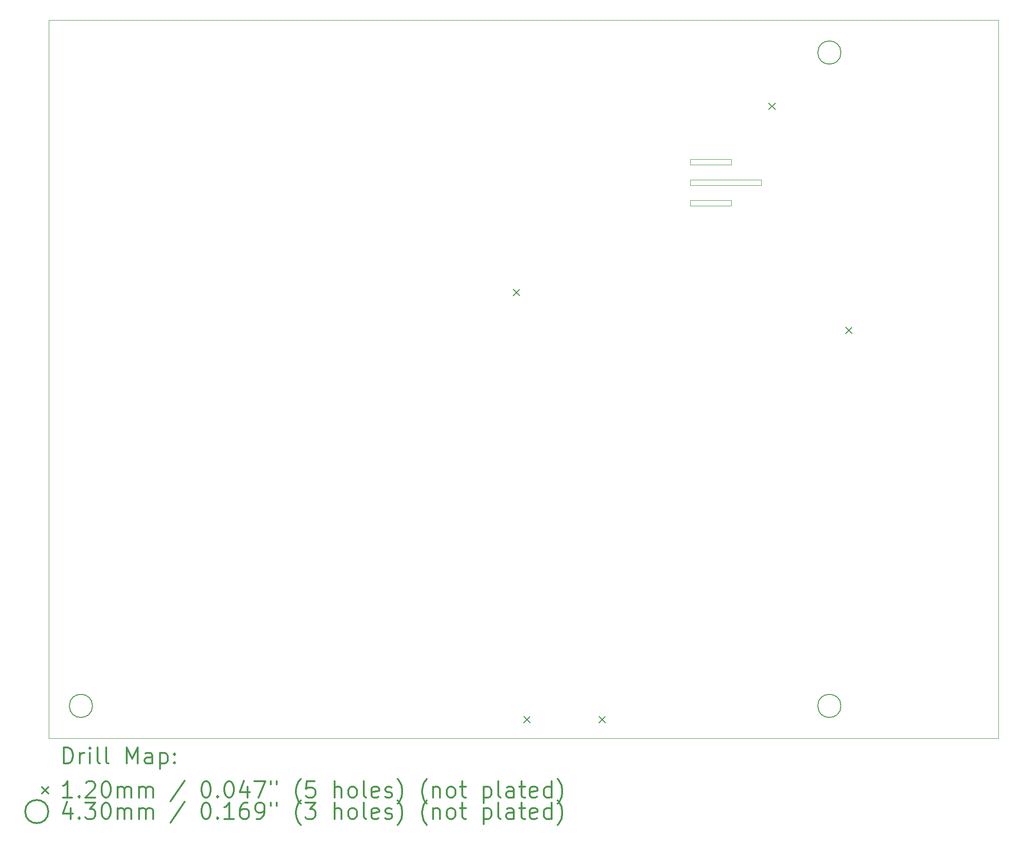
<source format=gbr>
%FSLAX45Y45*%
G04 Gerber Fmt 4.5, Leading zero omitted, Abs format (unit mm)*
G04 Created by KiCad (PCBNEW (5.1.0)-1) date 2022-05-17 16:18:05*
%MOMM*%
%LPD*%
G04 APERTURE LIST*
%ADD10C,0.100000*%
%ADD11C,0.200000*%
%ADD12C,0.300000*%
G04 APERTURE END LIST*
D10*
X12674600Y-3340100D02*
X12674600Y-3441700D01*
X12674600Y-2578100D02*
X12674600Y-2679700D01*
X11912600Y-2679700D02*
X11912600Y-2578100D01*
X12674600Y-2679700D02*
X11912600Y-2679700D01*
X11912600Y-2578100D02*
X12674600Y-2578100D01*
X11912600Y-3441700D02*
X11912600Y-3340100D01*
X12674600Y-3441700D02*
X11912600Y-3441700D01*
X11912600Y-3340100D02*
X12674600Y-3340100D01*
X11912600Y-2959100D02*
X13233400Y-2959100D01*
X11912600Y-3060700D02*
X11912600Y-2959100D01*
X13233400Y-3060700D02*
X11912600Y-3060700D01*
X13233400Y-2959100D02*
X13233400Y-3060700D01*
X0Y0D02*
X0Y-13322300D01*
X17640300Y0D02*
X0Y0D01*
X17640300Y-13322300D02*
X17640300Y0D01*
X0Y-13322300D02*
X17640300Y-13322300D01*
D11*
X8822400Y-12916200D02*
X8942400Y-13036200D01*
X8942400Y-12916200D02*
X8822400Y-13036200D01*
X10219400Y-12916200D02*
X10339400Y-13036200D01*
X10339400Y-12916200D02*
X10219400Y-13036200D01*
X14802200Y-5698200D02*
X14922200Y-5818200D01*
X14922200Y-5698200D02*
X14802200Y-5818200D01*
X8630000Y-4993350D02*
X8750000Y-5113350D01*
X8750000Y-4993350D02*
X8630000Y-5113350D01*
X13375350Y-1537000D02*
X13495350Y-1657000D01*
X13495350Y-1537000D02*
X13375350Y-1657000D01*
X14715300Y-12722300D02*
G75*
G03X14715300Y-12722300I-215000J0D01*
G01*
X14715300Y-600000D02*
G75*
G03X14715300Y-600000I-215000J0D01*
G01*
X815000Y-12722300D02*
G75*
G03X815000Y-12722300I-215000J0D01*
G01*
D12*
X281428Y-13793014D02*
X281428Y-13493014D01*
X352857Y-13493014D01*
X395714Y-13507300D01*
X424286Y-13535871D01*
X438571Y-13564443D01*
X452857Y-13621586D01*
X452857Y-13664443D01*
X438571Y-13721586D01*
X424286Y-13750157D01*
X395714Y-13778729D01*
X352857Y-13793014D01*
X281428Y-13793014D01*
X581428Y-13793014D02*
X581428Y-13593014D01*
X581428Y-13650157D02*
X595714Y-13621586D01*
X610000Y-13607300D01*
X638571Y-13593014D01*
X667143Y-13593014D01*
X767143Y-13793014D02*
X767143Y-13593014D01*
X767143Y-13493014D02*
X752857Y-13507300D01*
X767143Y-13521586D01*
X781428Y-13507300D01*
X767143Y-13493014D01*
X767143Y-13521586D01*
X952857Y-13793014D02*
X924286Y-13778729D01*
X910000Y-13750157D01*
X910000Y-13493014D01*
X1110000Y-13793014D02*
X1081428Y-13778729D01*
X1067143Y-13750157D01*
X1067143Y-13493014D01*
X1452857Y-13793014D02*
X1452857Y-13493014D01*
X1552857Y-13707300D01*
X1652857Y-13493014D01*
X1652857Y-13793014D01*
X1924286Y-13793014D02*
X1924286Y-13635871D01*
X1910000Y-13607300D01*
X1881428Y-13593014D01*
X1824286Y-13593014D01*
X1795714Y-13607300D01*
X1924286Y-13778729D02*
X1895714Y-13793014D01*
X1824286Y-13793014D01*
X1795714Y-13778729D01*
X1781428Y-13750157D01*
X1781428Y-13721586D01*
X1795714Y-13693014D01*
X1824286Y-13678729D01*
X1895714Y-13678729D01*
X1924286Y-13664443D01*
X2067143Y-13593014D02*
X2067143Y-13893014D01*
X2067143Y-13607300D02*
X2095714Y-13593014D01*
X2152857Y-13593014D01*
X2181428Y-13607300D01*
X2195714Y-13621586D01*
X2210000Y-13650157D01*
X2210000Y-13735871D01*
X2195714Y-13764443D01*
X2181428Y-13778729D01*
X2152857Y-13793014D01*
X2095714Y-13793014D01*
X2067143Y-13778729D01*
X2338571Y-13764443D02*
X2352857Y-13778729D01*
X2338571Y-13793014D01*
X2324286Y-13778729D01*
X2338571Y-13764443D01*
X2338571Y-13793014D01*
X2338571Y-13607300D02*
X2352857Y-13621586D01*
X2338571Y-13635871D01*
X2324286Y-13621586D01*
X2338571Y-13607300D01*
X2338571Y-13635871D01*
X-125000Y-14227300D02*
X-5000Y-14347300D01*
X-5000Y-14227300D02*
X-125000Y-14347300D01*
X438571Y-14423014D02*
X267143Y-14423014D01*
X352857Y-14423014D02*
X352857Y-14123014D01*
X324286Y-14165871D01*
X295714Y-14194443D01*
X267143Y-14208729D01*
X567143Y-14394443D02*
X581428Y-14408729D01*
X567143Y-14423014D01*
X552857Y-14408729D01*
X567143Y-14394443D01*
X567143Y-14423014D01*
X695714Y-14151586D02*
X710000Y-14137300D01*
X738571Y-14123014D01*
X810000Y-14123014D01*
X838571Y-14137300D01*
X852857Y-14151586D01*
X867143Y-14180157D01*
X867143Y-14208729D01*
X852857Y-14251586D01*
X681428Y-14423014D01*
X867143Y-14423014D01*
X1052857Y-14123014D02*
X1081428Y-14123014D01*
X1110000Y-14137300D01*
X1124286Y-14151586D01*
X1138571Y-14180157D01*
X1152857Y-14237300D01*
X1152857Y-14308729D01*
X1138571Y-14365871D01*
X1124286Y-14394443D01*
X1110000Y-14408729D01*
X1081428Y-14423014D01*
X1052857Y-14423014D01*
X1024286Y-14408729D01*
X1010000Y-14394443D01*
X995714Y-14365871D01*
X981428Y-14308729D01*
X981428Y-14237300D01*
X995714Y-14180157D01*
X1010000Y-14151586D01*
X1024286Y-14137300D01*
X1052857Y-14123014D01*
X1281428Y-14423014D02*
X1281428Y-14223014D01*
X1281428Y-14251586D02*
X1295714Y-14237300D01*
X1324286Y-14223014D01*
X1367143Y-14223014D01*
X1395714Y-14237300D01*
X1410000Y-14265871D01*
X1410000Y-14423014D01*
X1410000Y-14265871D02*
X1424286Y-14237300D01*
X1452857Y-14223014D01*
X1495714Y-14223014D01*
X1524286Y-14237300D01*
X1538571Y-14265871D01*
X1538571Y-14423014D01*
X1681428Y-14423014D02*
X1681428Y-14223014D01*
X1681428Y-14251586D02*
X1695714Y-14237300D01*
X1724286Y-14223014D01*
X1767143Y-14223014D01*
X1795714Y-14237300D01*
X1810000Y-14265871D01*
X1810000Y-14423014D01*
X1810000Y-14265871D02*
X1824286Y-14237300D01*
X1852857Y-14223014D01*
X1895714Y-14223014D01*
X1924286Y-14237300D01*
X1938571Y-14265871D01*
X1938571Y-14423014D01*
X2524286Y-14108729D02*
X2267143Y-14494443D01*
X2910000Y-14123014D02*
X2938571Y-14123014D01*
X2967143Y-14137300D01*
X2981428Y-14151586D01*
X2995714Y-14180157D01*
X3010000Y-14237300D01*
X3010000Y-14308729D01*
X2995714Y-14365871D01*
X2981428Y-14394443D01*
X2967143Y-14408729D01*
X2938571Y-14423014D01*
X2910000Y-14423014D01*
X2881428Y-14408729D01*
X2867143Y-14394443D01*
X2852857Y-14365871D01*
X2838571Y-14308729D01*
X2838571Y-14237300D01*
X2852857Y-14180157D01*
X2867143Y-14151586D01*
X2881428Y-14137300D01*
X2910000Y-14123014D01*
X3138571Y-14394443D02*
X3152857Y-14408729D01*
X3138571Y-14423014D01*
X3124286Y-14408729D01*
X3138571Y-14394443D01*
X3138571Y-14423014D01*
X3338571Y-14123014D02*
X3367143Y-14123014D01*
X3395714Y-14137300D01*
X3410000Y-14151586D01*
X3424286Y-14180157D01*
X3438571Y-14237300D01*
X3438571Y-14308729D01*
X3424286Y-14365871D01*
X3410000Y-14394443D01*
X3395714Y-14408729D01*
X3367143Y-14423014D01*
X3338571Y-14423014D01*
X3310000Y-14408729D01*
X3295714Y-14394443D01*
X3281428Y-14365871D01*
X3267143Y-14308729D01*
X3267143Y-14237300D01*
X3281428Y-14180157D01*
X3295714Y-14151586D01*
X3310000Y-14137300D01*
X3338571Y-14123014D01*
X3695714Y-14223014D02*
X3695714Y-14423014D01*
X3624286Y-14108729D02*
X3552857Y-14323014D01*
X3738571Y-14323014D01*
X3824286Y-14123014D02*
X4024286Y-14123014D01*
X3895714Y-14423014D01*
X4124286Y-14123014D02*
X4124286Y-14180157D01*
X4238571Y-14123014D02*
X4238571Y-14180157D01*
X4681428Y-14537300D02*
X4667143Y-14523014D01*
X4638571Y-14480157D01*
X4624286Y-14451586D01*
X4610000Y-14408729D01*
X4595714Y-14337300D01*
X4595714Y-14280157D01*
X4610000Y-14208729D01*
X4624286Y-14165871D01*
X4638571Y-14137300D01*
X4667143Y-14094443D01*
X4681428Y-14080157D01*
X4938571Y-14123014D02*
X4795714Y-14123014D01*
X4781428Y-14265871D01*
X4795714Y-14251586D01*
X4824286Y-14237300D01*
X4895714Y-14237300D01*
X4924286Y-14251586D01*
X4938571Y-14265871D01*
X4952857Y-14294443D01*
X4952857Y-14365871D01*
X4938571Y-14394443D01*
X4924286Y-14408729D01*
X4895714Y-14423014D01*
X4824286Y-14423014D01*
X4795714Y-14408729D01*
X4781428Y-14394443D01*
X5310000Y-14423014D02*
X5310000Y-14123014D01*
X5438571Y-14423014D02*
X5438571Y-14265871D01*
X5424286Y-14237300D01*
X5395714Y-14223014D01*
X5352857Y-14223014D01*
X5324286Y-14237300D01*
X5310000Y-14251586D01*
X5624286Y-14423014D02*
X5595714Y-14408729D01*
X5581428Y-14394443D01*
X5567143Y-14365871D01*
X5567143Y-14280157D01*
X5581428Y-14251586D01*
X5595714Y-14237300D01*
X5624286Y-14223014D01*
X5667143Y-14223014D01*
X5695714Y-14237300D01*
X5710000Y-14251586D01*
X5724286Y-14280157D01*
X5724286Y-14365871D01*
X5710000Y-14394443D01*
X5695714Y-14408729D01*
X5667143Y-14423014D01*
X5624286Y-14423014D01*
X5895714Y-14423014D02*
X5867143Y-14408729D01*
X5852857Y-14380157D01*
X5852857Y-14123014D01*
X6124286Y-14408729D02*
X6095714Y-14423014D01*
X6038571Y-14423014D01*
X6010000Y-14408729D01*
X5995714Y-14380157D01*
X5995714Y-14265871D01*
X6010000Y-14237300D01*
X6038571Y-14223014D01*
X6095714Y-14223014D01*
X6124286Y-14237300D01*
X6138571Y-14265871D01*
X6138571Y-14294443D01*
X5995714Y-14323014D01*
X6252857Y-14408729D02*
X6281428Y-14423014D01*
X6338571Y-14423014D01*
X6367143Y-14408729D01*
X6381428Y-14380157D01*
X6381428Y-14365871D01*
X6367143Y-14337300D01*
X6338571Y-14323014D01*
X6295714Y-14323014D01*
X6267143Y-14308729D01*
X6252857Y-14280157D01*
X6252857Y-14265871D01*
X6267143Y-14237300D01*
X6295714Y-14223014D01*
X6338571Y-14223014D01*
X6367143Y-14237300D01*
X6481428Y-14537300D02*
X6495714Y-14523014D01*
X6524286Y-14480157D01*
X6538571Y-14451586D01*
X6552857Y-14408729D01*
X6567143Y-14337300D01*
X6567143Y-14280157D01*
X6552857Y-14208729D01*
X6538571Y-14165871D01*
X6524286Y-14137300D01*
X6495714Y-14094443D01*
X6481428Y-14080157D01*
X7024286Y-14537300D02*
X7010000Y-14523014D01*
X6981428Y-14480157D01*
X6967143Y-14451586D01*
X6952857Y-14408729D01*
X6938571Y-14337300D01*
X6938571Y-14280157D01*
X6952857Y-14208729D01*
X6967143Y-14165871D01*
X6981428Y-14137300D01*
X7010000Y-14094443D01*
X7024286Y-14080157D01*
X7138571Y-14223014D02*
X7138571Y-14423014D01*
X7138571Y-14251586D02*
X7152857Y-14237300D01*
X7181428Y-14223014D01*
X7224286Y-14223014D01*
X7252857Y-14237300D01*
X7267143Y-14265871D01*
X7267143Y-14423014D01*
X7452857Y-14423014D02*
X7424286Y-14408729D01*
X7410000Y-14394443D01*
X7395714Y-14365871D01*
X7395714Y-14280157D01*
X7410000Y-14251586D01*
X7424286Y-14237300D01*
X7452857Y-14223014D01*
X7495714Y-14223014D01*
X7524286Y-14237300D01*
X7538571Y-14251586D01*
X7552857Y-14280157D01*
X7552857Y-14365871D01*
X7538571Y-14394443D01*
X7524286Y-14408729D01*
X7495714Y-14423014D01*
X7452857Y-14423014D01*
X7638571Y-14223014D02*
X7752857Y-14223014D01*
X7681428Y-14123014D02*
X7681428Y-14380157D01*
X7695714Y-14408729D01*
X7724286Y-14423014D01*
X7752857Y-14423014D01*
X8081428Y-14223014D02*
X8081428Y-14523014D01*
X8081428Y-14237300D02*
X8110000Y-14223014D01*
X8167143Y-14223014D01*
X8195714Y-14237300D01*
X8210000Y-14251586D01*
X8224286Y-14280157D01*
X8224286Y-14365871D01*
X8210000Y-14394443D01*
X8195714Y-14408729D01*
X8167143Y-14423014D01*
X8110000Y-14423014D01*
X8081428Y-14408729D01*
X8395714Y-14423014D02*
X8367143Y-14408729D01*
X8352857Y-14380157D01*
X8352857Y-14123014D01*
X8638571Y-14423014D02*
X8638571Y-14265871D01*
X8624286Y-14237300D01*
X8595714Y-14223014D01*
X8538571Y-14223014D01*
X8510000Y-14237300D01*
X8638571Y-14408729D02*
X8610000Y-14423014D01*
X8538571Y-14423014D01*
X8510000Y-14408729D01*
X8495714Y-14380157D01*
X8495714Y-14351586D01*
X8510000Y-14323014D01*
X8538571Y-14308729D01*
X8610000Y-14308729D01*
X8638571Y-14294443D01*
X8738571Y-14223014D02*
X8852857Y-14223014D01*
X8781428Y-14123014D02*
X8781428Y-14380157D01*
X8795714Y-14408729D01*
X8824286Y-14423014D01*
X8852857Y-14423014D01*
X9067143Y-14408729D02*
X9038571Y-14423014D01*
X8981428Y-14423014D01*
X8952857Y-14408729D01*
X8938571Y-14380157D01*
X8938571Y-14265871D01*
X8952857Y-14237300D01*
X8981428Y-14223014D01*
X9038571Y-14223014D01*
X9067143Y-14237300D01*
X9081428Y-14265871D01*
X9081428Y-14294443D01*
X8938571Y-14323014D01*
X9338571Y-14423014D02*
X9338571Y-14123014D01*
X9338571Y-14408729D02*
X9310000Y-14423014D01*
X9252857Y-14423014D01*
X9224286Y-14408729D01*
X9210000Y-14394443D01*
X9195714Y-14365871D01*
X9195714Y-14280157D01*
X9210000Y-14251586D01*
X9224286Y-14237300D01*
X9252857Y-14223014D01*
X9310000Y-14223014D01*
X9338571Y-14237300D01*
X9452857Y-14537300D02*
X9467143Y-14523014D01*
X9495714Y-14480157D01*
X9510000Y-14451586D01*
X9524286Y-14408729D01*
X9538571Y-14337300D01*
X9538571Y-14280157D01*
X9524286Y-14208729D01*
X9510000Y-14165871D01*
X9495714Y-14137300D01*
X9467143Y-14094443D01*
X9452857Y-14080157D01*
X-5000Y-14683300D02*
G75*
G03X-5000Y-14683300I-215000J0D01*
G01*
X410000Y-14619014D02*
X410000Y-14819014D01*
X338571Y-14504729D02*
X267143Y-14719014D01*
X452857Y-14719014D01*
X567143Y-14790443D02*
X581428Y-14804729D01*
X567143Y-14819014D01*
X552857Y-14804729D01*
X567143Y-14790443D01*
X567143Y-14819014D01*
X681428Y-14519014D02*
X867143Y-14519014D01*
X767143Y-14633300D01*
X810000Y-14633300D01*
X838571Y-14647586D01*
X852857Y-14661871D01*
X867143Y-14690443D01*
X867143Y-14761871D01*
X852857Y-14790443D01*
X838571Y-14804729D01*
X810000Y-14819014D01*
X724286Y-14819014D01*
X695714Y-14804729D01*
X681428Y-14790443D01*
X1052857Y-14519014D02*
X1081428Y-14519014D01*
X1110000Y-14533300D01*
X1124286Y-14547586D01*
X1138571Y-14576157D01*
X1152857Y-14633300D01*
X1152857Y-14704729D01*
X1138571Y-14761871D01*
X1124286Y-14790443D01*
X1110000Y-14804729D01*
X1081428Y-14819014D01*
X1052857Y-14819014D01*
X1024286Y-14804729D01*
X1010000Y-14790443D01*
X995714Y-14761871D01*
X981428Y-14704729D01*
X981428Y-14633300D01*
X995714Y-14576157D01*
X1010000Y-14547586D01*
X1024286Y-14533300D01*
X1052857Y-14519014D01*
X1281428Y-14819014D02*
X1281428Y-14619014D01*
X1281428Y-14647586D02*
X1295714Y-14633300D01*
X1324286Y-14619014D01*
X1367143Y-14619014D01*
X1395714Y-14633300D01*
X1410000Y-14661871D01*
X1410000Y-14819014D01*
X1410000Y-14661871D02*
X1424286Y-14633300D01*
X1452857Y-14619014D01*
X1495714Y-14619014D01*
X1524286Y-14633300D01*
X1538571Y-14661871D01*
X1538571Y-14819014D01*
X1681428Y-14819014D02*
X1681428Y-14619014D01*
X1681428Y-14647586D02*
X1695714Y-14633300D01*
X1724286Y-14619014D01*
X1767143Y-14619014D01*
X1795714Y-14633300D01*
X1810000Y-14661871D01*
X1810000Y-14819014D01*
X1810000Y-14661871D02*
X1824286Y-14633300D01*
X1852857Y-14619014D01*
X1895714Y-14619014D01*
X1924286Y-14633300D01*
X1938571Y-14661871D01*
X1938571Y-14819014D01*
X2524286Y-14504729D02*
X2267143Y-14890443D01*
X2910000Y-14519014D02*
X2938571Y-14519014D01*
X2967143Y-14533300D01*
X2981428Y-14547586D01*
X2995714Y-14576157D01*
X3010000Y-14633300D01*
X3010000Y-14704729D01*
X2995714Y-14761871D01*
X2981428Y-14790443D01*
X2967143Y-14804729D01*
X2938571Y-14819014D01*
X2910000Y-14819014D01*
X2881428Y-14804729D01*
X2867143Y-14790443D01*
X2852857Y-14761871D01*
X2838571Y-14704729D01*
X2838571Y-14633300D01*
X2852857Y-14576157D01*
X2867143Y-14547586D01*
X2881428Y-14533300D01*
X2910000Y-14519014D01*
X3138571Y-14790443D02*
X3152857Y-14804729D01*
X3138571Y-14819014D01*
X3124286Y-14804729D01*
X3138571Y-14790443D01*
X3138571Y-14819014D01*
X3438571Y-14819014D02*
X3267143Y-14819014D01*
X3352857Y-14819014D02*
X3352857Y-14519014D01*
X3324286Y-14561871D01*
X3295714Y-14590443D01*
X3267143Y-14604729D01*
X3695714Y-14519014D02*
X3638571Y-14519014D01*
X3610000Y-14533300D01*
X3595714Y-14547586D01*
X3567143Y-14590443D01*
X3552857Y-14647586D01*
X3552857Y-14761871D01*
X3567143Y-14790443D01*
X3581428Y-14804729D01*
X3610000Y-14819014D01*
X3667143Y-14819014D01*
X3695714Y-14804729D01*
X3710000Y-14790443D01*
X3724286Y-14761871D01*
X3724286Y-14690443D01*
X3710000Y-14661871D01*
X3695714Y-14647586D01*
X3667143Y-14633300D01*
X3610000Y-14633300D01*
X3581428Y-14647586D01*
X3567143Y-14661871D01*
X3552857Y-14690443D01*
X3867143Y-14819014D02*
X3924286Y-14819014D01*
X3952857Y-14804729D01*
X3967143Y-14790443D01*
X3995714Y-14747586D01*
X4010000Y-14690443D01*
X4010000Y-14576157D01*
X3995714Y-14547586D01*
X3981428Y-14533300D01*
X3952857Y-14519014D01*
X3895714Y-14519014D01*
X3867143Y-14533300D01*
X3852857Y-14547586D01*
X3838571Y-14576157D01*
X3838571Y-14647586D01*
X3852857Y-14676157D01*
X3867143Y-14690443D01*
X3895714Y-14704729D01*
X3952857Y-14704729D01*
X3981428Y-14690443D01*
X3995714Y-14676157D01*
X4010000Y-14647586D01*
X4124286Y-14519014D02*
X4124286Y-14576157D01*
X4238571Y-14519014D02*
X4238571Y-14576157D01*
X4681428Y-14933300D02*
X4667143Y-14919014D01*
X4638571Y-14876157D01*
X4624286Y-14847586D01*
X4610000Y-14804729D01*
X4595714Y-14733300D01*
X4595714Y-14676157D01*
X4610000Y-14604729D01*
X4624286Y-14561871D01*
X4638571Y-14533300D01*
X4667143Y-14490443D01*
X4681428Y-14476157D01*
X4767143Y-14519014D02*
X4952857Y-14519014D01*
X4852857Y-14633300D01*
X4895714Y-14633300D01*
X4924286Y-14647586D01*
X4938571Y-14661871D01*
X4952857Y-14690443D01*
X4952857Y-14761871D01*
X4938571Y-14790443D01*
X4924286Y-14804729D01*
X4895714Y-14819014D01*
X4810000Y-14819014D01*
X4781428Y-14804729D01*
X4767143Y-14790443D01*
X5310000Y-14819014D02*
X5310000Y-14519014D01*
X5438571Y-14819014D02*
X5438571Y-14661871D01*
X5424286Y-14633300D01*
X5395714Y-14619014D01*
X5352857Y-14619014D01*
X5324286Y-14633300D01*
X5310000Y-14647586D01*
X5624286Y-14819014D02*
X5595714Y-14804729D01*
X5581428Y-14790443D01*
X5567143Y-14761871D01*
X5567143Y-14676157D01*
X5581428Y-14647586D01*
X5595714Y-14633300D01*
X5624286Y-14619014D01*
X5667143Y-14619014D01*
X5695714Y-14633300D01*
X5710000Y-14647586D01*
X5724286Y-14676157D01*
X5724286Y-14761871D01*
X5710000Y-14790443D01*
X5695714Y-14804729D01*
X5667143Y-14819014D01*
X5624286Y-14819014D01*
X5895714Y-14819014D02*
X5867143Y-14804729D01*
X5852857Y-14776157D01*
X5852857Y-14519014D01*
X6124286Y-14804729D02*
X6095714Y-14819014D01*
X6038571Y-14819014D01*
X6010000Y-14804729D01*
X5995714Y-14776157D01*
X5995714Y-14661871D01*
X6010000Y-14633300D01*
X6038571Y-14619014D01*
X6095714Y-14619014D01*
X6124286Y-14633300D01*
X6138571Y-14661871D01*
X6138571Y-14690443D01*
X5995714Y-14719014D01*
X6252857Y-14804729D02*
X6281428Y-14819014D01*
X6338571Y-14819014D01*
X6367143Y-14804729D01*
X6381428Y-14776157D01*
X6381428Y-14761871D01*
X6367143Y-14733300D01*
X6338571Y-14719014D01*
X6295714Y-14719014D01*
X6267143Y-14704729D01*
X6252857Y-14676157D01*
X6252857Y-14661871D01*
X6267143Y-14633300D01*
X6295714Y-14619014D01*
X6338571Y-14619014D01*
X6367143Y-14633300D01*
X6481428Y-14933300D02*
X6495714Y-14919014D01*
X6524286Y-14876157D01*
X6538571Y-14847586D01*
X6552857Y-14804729D01*
X6567143Y-14733300D01*
X6567143Y-14676157D01*
X6552857Y-14604729D01*
X6538571Y-14561871D01*
X6524286Y-14533300D01*
X6495714Y-14490443D01*
X6481428Y-14476157D01*
X7024286Y-14933300D02*
X7010000Y-14919014D01*
X6981428Y-14876157D01*
X6967143Y-14847586D01*
X6952857Y-14804729D01*
X6938571Y-14733300D01*
X6938571Y-14676157D01*
X6952857Y-14604729D01*
X6967143Y-14561871D01*
X6981428Y-14533300D01*
X7010000Y-14490443D01*
X7024286Y-14476157D01*
X7138571Y-14619014D02*
X7138571Y-14819014D01*
X7138571Y-14647586D02*
X7152857Y-14633300D01*
X7181428Y-14619014D01*
X7224286Y-14619014D01*
X7252857Y-14633300D01*
X7267143Y-14661871D01*
X7267143Y-14819014D01*
X7452857Y-14819014D02*
X7424286Y-14804729D01*
X7410000Y-14790443D01*
X7395714Y-14761871D01*
X7395714Y-14676157D01*
X7410000Y-14647586D01*
X7424286Y-14633300D01*
X7452857Y-14619014D01*
X7495714Y-14619014D01*
X7524286Y-14633300D01*
X7538571Y-14647586D01*
X7552857Y-14676157D01*
X7552857Y-14761871D01*
X7538571Y-14790443D01*
X7524286Y-14804729D01*
X7495714Y-14819014D01*
X7452857Y-14819014D01*
X7638571Y-14619014D02*
X7752857Y-14619014D01*
X7681428Y-14519014D02*
X7681428Y-14776157D01*
X7695714Y-14804729D01*
X7724286Y-14819014D01*
X7752857Y-14819014D01*
X8081428Y-14619014D02*
X8081428Y-14919014D01*
X8081428Y-14633300D02*
X8110000Y-14619014D01*
X8167143Y-14619014D01*
X8195714Y-14633300D01*
X8210000Y-14647586D01*
X8224286Y-14676157D01*
X8224286Y-14761871D01*
X8210000Y-14790443D01*
X8195714Y-14804729D01*
X8167143Y-14819014D01*
X8110000Y-14819014D01*
X8081428Y-14804729D01*
X8395714Y-14819014D02*
X8367143Y-14804729D01*
X8352857Y-14776157D01*
X8352857Y-14519014D01*
X8638571Y-14819014D02*
X8638571Y-14661871D01*
X8624286Y-14633300D01*
X8595714Y-14619014D01*
X8538571Y-14619014D01*
X8510000Y-14633300D01*
X8638571Y-14804729D02*
X8610000Y-14819014D01*
X8538571Y-14819014D01*
X8510000Y-14804729D01*
X8495714Y-14776157D01*
X8495714Y-14747586D01*
X8510000Y-14719014D01*
X8538571Y-14704729D01*
X8610000Y-14704729D01*
X8638571Y-14690443D01*
X8738571Y-14619014D02*
X8852857Y-14619014D01*
X8781428Y-14519014D02*
X8781428Y-14776157D01*
X8795714Y-14804729D01*
X8824286Y-14819014D01*
X8852857Y-14819014D01*
X9067143Y-14804729D02*
X9038571Y-14819014D01*
X8981428Y-14819014D01*
X8952857Y-14804729D01*
X8938571Y-14776157D01*
X8938571Y-14661871D01*
X8952857Y-14633300D01*
X8981428Y-14619014D01*
X9038571Y-14619014D01*
X9067143Y-14633300D01*
X9081428Y-14661871D01*
X9081428Y-14690443D01*
X8938571Y-14719014D01*
X9338571Y-14819014D02*
X9338571Y-14519014D01*
X9338571Y-14804729D02*
X9310000Y-14819014D01*
X9252857Y-14819014D01*
X9224286Y-14804729D01*
X9210000Y-14790443D01*
X9195714Y-14761871D01*
X9195714Y-14676157D01*
X9210000Y-14647586D01*
X9224286Y-14633300D01*
X9252857Y-14619014D01*
X9310000Y-14619014D01*
X9338571Y-14633300D01*
X9452857Y-14933300D02*
X9467143Y-14919014D01*
X9495714Y-14876157D01*
X9510000Y-14847586D01*
X9524286Y-14804729D01*
X9538571Y-14733300D01*
X9538571Y-14676157D01*
X9524286Y-14604729D01*
X9510000Y-14561871D01*
X9495714Y-14533300D01*
X9467143Y-14490443D01*
X9452857Y-14476157D01*
M02*

</source>
